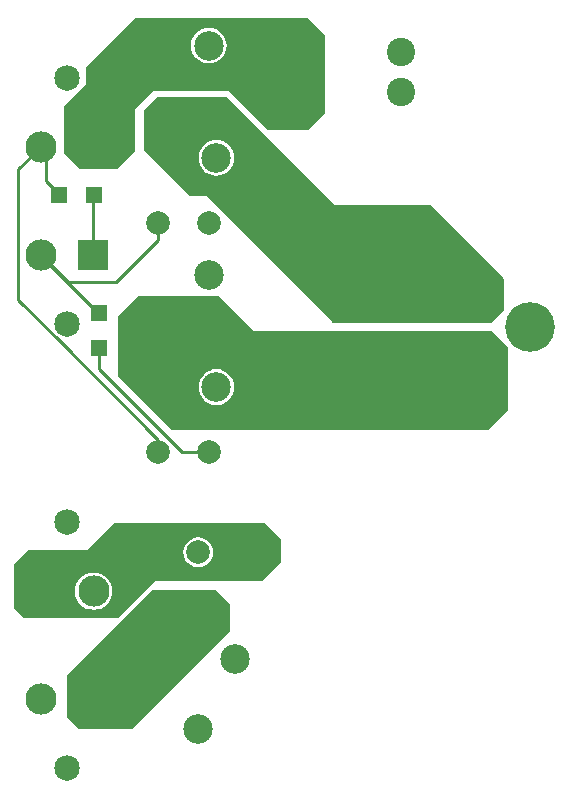
<source format=gbl>
%FSLAX23Y23*%
%MOIN*%
%SFA1B1*%

%IPPOS*%
%ADD11C,0.010000*%
%ADD21C,0.103940*%
%ADD22R,0.103940X0.103940*%
%ADD23C,0.085040*%
%ADD24C,0.098430*%
%ADD25C,0.078740*%
%ADD26C,0.165350*%
%ADD27C,0.094490*%
%ADD28R,0.053150X0.057090*%
%ADD29R,0.057090X0.053150*%
%LNshift_relays-1*%
%LPD*%
G36*
X2343Y1567D02*
Y1489D01*
X2281Y1427*
X1927*
X1802Y1302*
X1489*
X1453Y1337*
Y1482*
X1501Y1530*
X1697*
X1787Y1620*
X2291*
X2343Y1567*
G37*
G36*
X2174Y1350D02*
Y1261D01*
X1847Y935*
X1669*
X1631Y972*
Y1113*
X1917Y1398*
X2125*
X2174Y1350*
G37*
G36*
X2490Y3246D02*
Y2988D01*
X2433Y2931*
X2300*
X2170Y3061*
X1918*
X1859Y3001*
Y2859*
X1801Y2801*
X1671*
X1620Y2852*
Y3007*
X1694Y3082*
Y3138*
X1858Y3302*
X2434*
X2490Y3246*
G37*
G36*
X2524Y2681D02*
X2843D01*
X3089Y2435*
Y2330*
X3047Y2288*
X2518*
X2097Y2709*
X2042*
X1888Y2863*
Y2996*
X1934Y3041*
X2164*
X2524Y2681*
G37*
G36*
X2256Y2259D02*
X3047D01*
X3100Y2206*
Y1994*
X3035Y1929*
X1981*
X1801Y2109*
Y2310*
X1870Y2378*
X2137*
X2256Y2259*
G37*
%LNshift_relays-2*%
%LPC*%
G36*
X2068Y1572D02*
X2056Y1570D01*
X2044Y1565*
X2033Y1557*
X2025Y1547*
X2020Y1535*
X2019Y1522*
X2020Y1509*
X2025Y1497*
X2033Y1487*
X2044Y1479*
X2056Y1474*
X2068Y1472*
X2081Y1474*
X2093Y1479*
X2104Y1487*
X2112Y1497*
X2117Y1509*
X2118Y1522*
X2117Y1535*
X2112Y1547*
X2104Y1557*
X2093Y1565*
X2081Y1570*
X2068Y1572*
G37*
G36*
X1720Y1455D02*
X1708Y1454D01*
X1696Y1450*
X1685Y1445*
X1676Y1437*
X1668Y1428*
X1662Y1417*
X1659Y1405*
X1658Y1393*
X1659Y1381*
X1662Y1369*
X1668Y1358*
X1676Y1349*
X1685Y1341*
X1696Y1335*
X1708Y1332*
X1720Y1331*
X1732Y1332*
X1744Y1335*
X1754Y1341*
X1764Y1349*
X1772Y1358*
X1777Y1369*
X1781Y1381*
X1782Y1393*
X1781Y1405*
X1777Y1417*
X1772Y1428*
X1764Y1437*
X1754Y1445*
X1744Y1450*
X1732Y1454*
X1720Y1455*
G37*
G36*
X2104Y3271D02*
X2092Y3270D01*
X2081Y3266*
X2071Y3261*
X2062Y3253*
X2054Y3244*
X2049Y3234*
X2045Y3223*
X2044Y3211*
X2045Y3200*
X2049Y3188*
X2054Y3178*
X2062Y3169*
X2071Y3162*
X2081Y3156*
X2092Y3153*
X2104Y3152*
X2115Y3153*
X2127Y3156*
X2137Y3162*
X2146Y3169*
X2153Y3178*
X2159Y3188*
X2162Y3200*
X2163Y3211*
X2162Y3223*
X2159Y3234*
X2153Y3244*
X2146Y3253*
X2137Y3261*
X2127Y3266*
X2115Y3270*
X2104Y3271*
G37*
G36*
X2129Y2897D02*
X2118Y2896D01*
X2107Y2892*
X2096Y2887*
X2087Y2879*
X2080Y2870*
X2074Y2860*
X2071Y2849*
X2070Y2837*
X2071Y2826*
X2074Y2814*
X2080Y2804*
X2087Y2795*
X2096Y2788*
X2107Y2782*
X2118Y2779*
X2129Y2778*
X2141Y2779*
X2152Y2782*
X2162Y2788*
X2171Y2795*
X2179Y2804*
X2184Y2814*
X2188Y2826*
X2189Y2837*
X2188Y2849*
X2184Y2860*
X2179Y2870*
X2171Y2879*
X2162Y2887*
X2152Y2892*
X2141Y2896*
X2129Y2897*
G37*
G36*
Y2133D02*
X2118Y2132D01*
X2107Y2128*
X2096Y2123*
X2087Y2115*
X2080Y2106*
X2074Y2096*
X2071Y2085*
X2070Y2073*
X2071Y2062*
X2074Y2051*
X2080Y2040*
X2087Y2031*
X2096Y2024*
X2107Y2018*
X2118Y2015*
X2129Y2014*
X2141Y2015*
X2152Y2018*
X2162Y2024*
X2171Y2031*
X2179Y2040*
X2184Y2051*
X2188Y2062*
X2189Y2073*
X2188Y2085*
X2184Y2096*
X2179Y2106*
X2171Y2115*
X2162Y2123*
X2152Y2128*
X2141Y2132*
X2129Y2133*
G37*
%LNshift_relays-3*%
%LPD*%
G54D11*
X1469Y2363D02*
X1607Y2226D01*
X1469Y2363D02*
Y2799D01*
X1607Y2226D02*
X1935Y1898D01*
X1607Y2226D02*
X1607D01*
X1935Y1857D02*
Y1898D01*
X2014Y1857D02*
X2104D01*
X1737Y2134D02*
X2014Y1857D01*
X1737Y2134D02*
Y2203D01*
X1735Y2319D02*
X1737D01*
X1543Y2511D02*
X1735Y2319D01*
X1543Y2511D02*
Y2514D01*
X1718Y2711D02*
X1721Y2714D01*
X1561Y2760D02*
X1605Y2716D01*
Y2714D02*
Y2716D01*
X2104Y1857D02*
X2104Y1857D01*
X1718Y2514D02*
Y2711D01*
X1543Y2873D02*
X1561Y2855D01*
Y2760D02*
Y2855D01*
X1795Y2424D02*
X1935Y2563D01*
Y2621*
X1633Y2424D02*
X1795D01*
X1543Y2514D02*
X1633Y2424D01*
X1469Y2799D02*
X1543Y2873D01*
X2088Y2621D02*
X2104D01*
G54D21*
X1720Y1393D03*
X1545D03*
Y1034D03*
X1543Y2514D03*
Y2873D03*
X1718D03*
G54D22*
X1720Y1034D03*
X1718Y2514D03*
G54D23*
X1632Y1624D03*
Y803D03*
X1630Y2283D03*
Y3103D03*
G54D24*
X2068Y932D03*
X2043Y1306D03*
X2192Y1168D03*
X1980Y2211D03*
X2129Y2073D03*
X2104Y2447D03*
X1980Y2975D03*
X2129Y2837D03*
X2104Y3211D03*
G54D25*
X2238Y1522D03*
X2068D03*
X2104Y1857D03*
X1935D03*
X2104Y2621D03*
X1935D03*
G54D26*
X3005Y2371D03*
X3176Y2272D03*
X3005Y2174D03*
G54D27*
X2355Y3190D03*
X2746D03*
X2355Y3056D03*
X2746D03*
G54D28*
X1605Y2714D03*
X1721D03*
G54D29*
X1737Y2319D03*
Y2203D03*
M02*
</source>
